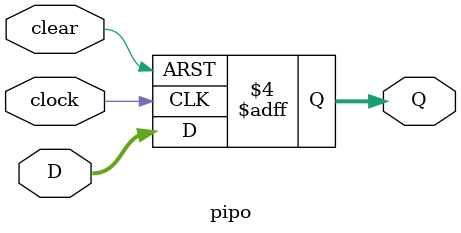
<source format=sv>
module pipo #(parameter N = 4) (
    input [N-1:0] D,
    input clock, clear,
    output reg [N-1:0] Q
);

always @(negedge clock, negedge clear) begin
    if (clear == 1'b0) 
        Q <= 0;
    else if (clock == 1'b0) 
        Q <= D;
end

endmodule

</source>
